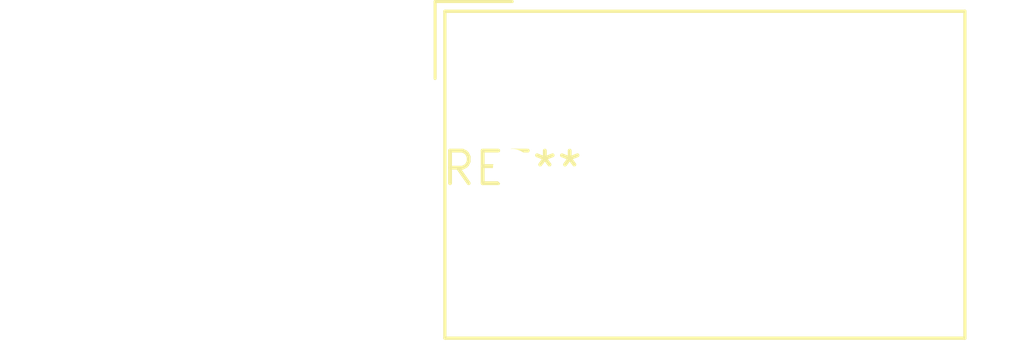
<source format=kicad_pcb>
(kicad_pcb (version 20240108) (generator pcbnew)
  (layers (0 "F.Cu" signal) (31 "B.Cu" signal) (34 "B.Paste" user) (35 "F.Paste" user) (36 "B.SilkS" user "B.Silkscreen") (37 "F.SilkS" user "F.Silkscreen") (38 "B.Mask" user) (39 "F.Mask" user) (44 "Edge.Cuts" user))
  (net 0 "")
  (footprint "Altech_AK300_1x04_P5.00mm_45-Degree" (layer "F.Cu") (at 0 0)
    (property "Reference" "REF**")
    (property "Value" "Altech_AK300_1x04_P5.00mm_45-Degree")
    (fp_line (start -3 -6.5) (end 0 -6.5) (layer "F.SilkS") (stroke (width 0.12)))
    (fp_line (start -3 -3.5) (end -3 -6.5) (layer "F.SilkS") (stroke (width 0.12)))
    (fp_line (start -2.62 -6.12) (end -2.62 6.62) (layer "F.SilkS") (stroke (width 0.12)))
    (fp_line (start -2.62 -6.12) (end -2.62 6.62) (layer "F.SilkS") (stroke (width 0.12)))
    (fp_line (start -2.62 -6.12) (end 17.62 -6.12) (layer "F.SilkS") (stroke (width 0.12)))
    (fp_line (start -2.62 -6.12) (end 17.62 -6.12) (layer "F.SilkS") (stroke (width 0.12)))
    (fp_line (start -2.62 6.62) (end 17.62 6.62) (layer "F.SilkS") (stroke (width 0.12)))
    (fp_line (start -2.62 6.62) (end 17.62 6.62) (layer "F.SilkS") (stroke (width 0.12)))
    (fp_line (start 17.62 -6.12) (end 17.62 6.62) (layer "F.SilkS") (stroke (width 0.12)))
    (fp_line (start 17.62 -6.12) (end 17.62 6.62) (layer "F.SilkS") (stroke (width 0.12)))
    (pad "1" thru_hole rect (at 0 0) (size 3 3) (drill 1.5) (layers *.Cu *.Mask) (remove_unused_layers))
    (pad "2" thru_hole circle (at 5 0) (size 3 3) (drill 1.5) (layers *.Cu *.Mask) (remove_unused_layers))
    (pad "3" thru_hole circle (at 10 0) (size 3 3) (drill 1.5) (layers *.Cu *.Mask) (remove_unused_layers))
    (pad "4" thru_hole circle (at 15 0) (size 3 3) (drill 1.5) (layers *.Cu *.Mask) (remove_unused_layers))
  )
)
</source>
